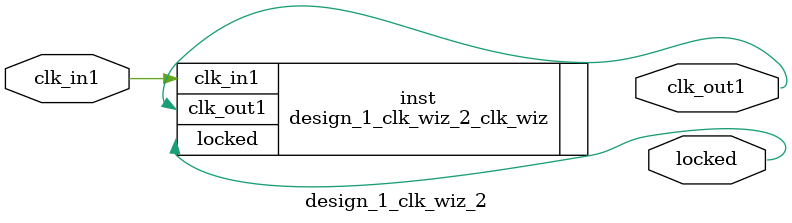
<source format=v>


`timescale 1ps/1ps

(* CORE_GENERATION_INFO = "design_1_clk_wiz_2,clk_wiz_v6_0_5_0_0,{component_name=design_1_clk_wiz_2,use_phase_alignment=true,use_min_o_jitter=false,use_max_i_jitter=false,use_dyn_phase_shift=false,use_inclk_switchover=false,use_dyn_reconfig=false,enable_axi=0,feedback_source=FDBK_AUTO,PRIMITIVE=MMCM,num_out_clk=1,clkin1_period=10.000,clkin2_period=10.000,use_power_down=false,use_reset=false,use_locked=true,use_inclk_stopped=false,feedback_type=SINGLE,CLOCK_MGR_TYPE=NA,manual_override=false}" *)

module design_1_clk_wiz_2 
 (
  // Clock out ports
  output        clk_out1,
  // Status and control signals
  output        locked,
 // Clock in ports
  input         clk_in1
 );

  design_1_clk_wiz_2_clk_wiz inst
  (
  // Clock out ports  
  .clk_out1(clk_out1),
  // Status and control signals               
  .locked(locked),
 // Clock in ports
  .clk_in1(clk_in1)
  );

endmodule

</source>
